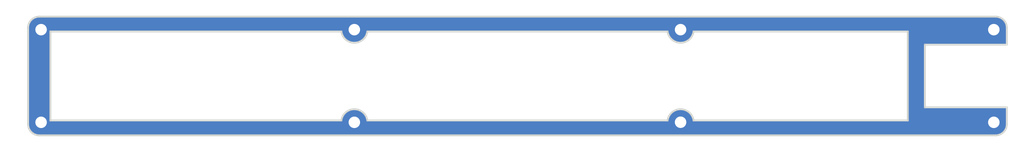
<source format=kicad_pcb>
(kicad_pcb (version 20221018) (generator pcbnew)
  (layers (0 "F.Cu" signal) (31 "B.Cu" signal) (34 "B.Paste" user) (35 "F.Paste" user) (36 "B.SilkS" user "B.Silkscreen") (37 "F.SilkS" user "F.Silkscreen") (38 "B.Mask" user) (39 "F.Mask" user) (44 "Edge.Cuts" user))
  (net 0 "")
  (footprint "CIS:CIS_Edge_L2" (layer "F.Cu") (at 16.62132 125)
    (fp_text reference "REF**" hide)
    (fp_text value "CIS_Edge_1" hide)
    (fp_line (start 0 -29) (end 0 -3) (stroke (width 0.5)) (layer "Edge.Cuts"))
    (fp_line (start 3 0) (end 261 0) (stroke (width 0.5)) (layer "Edge.Cuts"))
    (fp_line (start 241.9 -24.45) (end 264 -24.45) (stroke (width 0.5)) (layer "Edge.Cuts"))
    (fp_line (start 241.9 -7.55) (end 241.9 -24.45) (stroke (width 0.5)) (layer "Edge.Cuts"))
    (fp_line (start 261 -32) (end 3 -32) (stroke (width 0.5)) (layer "Edge.Cuts"))
    (fp_line (start 264 -24.45) (end 264 -29) (stroke (width 0.5)) (layer "Edge.Cuts"))
    (fp_line (start 264 -7.55) (end 241.9 -7.55) (stroke (width 0.5)) (layer "Edge.Cuts"))
    (fp_line (start 264 -3) (end 264 -7.55) (stroke (width 0.5)) (layer "Edge.Cuts"))
    (fp_arc (start 0 -29) (mid 0.87868 -31.12132) (end 3 -32) (stroke (width 0.5)) (layer "Edge.Cuts"))
    (fp_arc (start 3 0) (mid 0.87868 -0.87868) (end 0 -3) (stroke (width 0.5)) (layer "Edge.Cuts"))
    (fp_arc (start 261 -32) (mid 263.12132 -31.12132) (end 264 -29) (stroke (width 0.5)) (layer "Edge.Cuts"))
    (fp_arc (start 264 -3) (mid 263.12132 -0.87868) (end 261 0) (stroke (width 0.5)) (layer "Edge.Cuts"))
  )
  (footprint "CIS:CIS_Edge_Holes_In" (layer "F.Cu") (at 16.62132 125)
    (fp_text reference "REF**" hide)
    (fp_text value "CIS_Edge_1" hide)
    (pad "" thru_hole circle (at 3.5 -28.5) (size 4 4) (drill 3.1) (layers "*.Cu" "*.Mask"))
    (pad "" thru_hole circle (at 3.5 -3.5) (size 4 4) (drill 3.1) (layers "*.Cu" "*.Mask"))
    (pad "" thru_hole circle (at 88 -28.5) (size 4 4) (drill 3.1) (layers "*.Cu" "*.Mask"))
    (pad "" thru_hole circle (at 88 -3.5) (size 4 4) (drill 3.1) (layers "*.Cu" "*.Mask"))
    (pad "" thru_hole circle (at 176 -28.5) (size 4 4) (drill 3.1) (layers "*.Cu" "*.Mask"))
    (pad "" thru_hole circle (at 176 -3.5287) (size 4 4) (drill 3.1) (layers "*.Cu" "*.Mask"))
    (pad "" thru_hole circle (at 260.5 -28.5) (size 4 4) (drill 3.1) (layers "*.Cu" "*.Mask"))
    (pad "" thru_hole circle (at 260.5 -3.5) (size 4 4) (drill 3.1) (layers "*.Cu" "*.Mask"))
  )
  (gr_line (start 189.12132 121) (end 108.12132 121) (stroke (width 0.5)) (layer "Edge.Cuts"))
  (gr_line (start 22.62132 121) (end 22.62132 97) (stroke (width 0.5)) (layer "Edge.Cuts"))
  (gr_line (start 108.12132 97) (end 189.12132 97) (stroke (width 0.5)) (layer "Edge.Cuts"))
  (gr_line (start 101.12132 121) (end 22.62132 121) (stroke (width 0.5)) (layer "Edge.Cuts"))
  (gr_line (start 253.92132 97) (end 253.92132 121) (stroke (width 0.5)) (layer "Edge.Cuts"))
  (gr_line (start 22.62132 97) (end 101.12132 97) (stroke (width 0.5)) (layer "Edge.Cuts"))
  (gr_line (start 196.12132 97) (end 253.92132 97) (stroke (width 0.5)) (layer "Edge.Cuts"))
  (gr_arc (start 101.12132 121) (mid 104.62132 117.964466) (end 108.12132 121) (stroke (width 0.5)) (layer "Edge.Cuts"))
  (gr_arc (start 196.12132 97) (mid 192.62132 100.035534) (end 189.12132 97) (stroke (width 0.5)) (layer "Edge.Cuts"))
  (gr_arc (start 189.12132 121) (mid 192.62132 117.964466) (end 196.12132 121) (stroke (width 0.5)) (layer "Edge.Cuts"))
  (gr_line (start 253.92132 121) (end 196.12132 121) (stroke (width 0.5)) (layer "Edge.Cuts"))
  (gr_arc (start 108.12132 97) (mid 104.62132 100.035534) (end 101.12132 97) (stroke (width 0.5)) (layer "Edge.Cuts"))
  (zone (net 0) (net_name "") (layers "F&B.Cu") (connect_pads no (clearance 0.15)) (min_thickness 0.15) (fill yes (thermal_gap 0.2) (thermal_bridge_width 0.2) (island_removal_mode 1) (island_area_min 10))
    (polygon (pts (xy 281.62132 126) (xy 15.62132 126) (xy 15.62132 92) (xy 281.62132 92)))
  )
)
</source>
